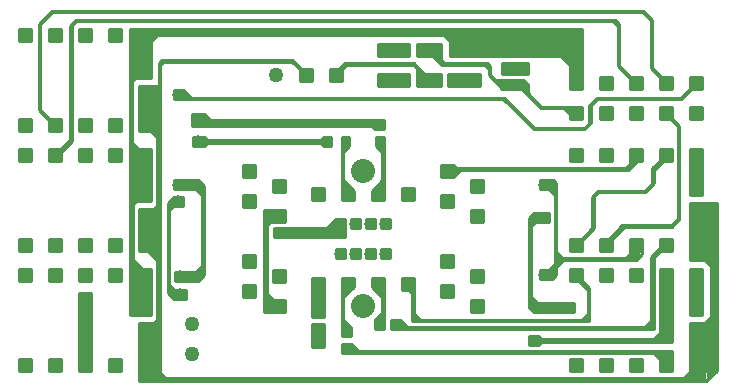
<source format=gbl>
*%FSLAX25Y25*%
*%MOIN*%
G01*
%ADD11C,0.00100*%
%ADD12C,0.00700*%
%ADD13C,0.00733*%
%ADD14C,0.01000*%
%ADD15C,0.01200*%
%ADD16C,0.01500*%
%ADD17C,0.02000*%
%ADD18C,0.03000*%
%ADD19C,0.04000*%
%ADD20C,0.04800*%
%ADD21C,0.05000*%
%ADD22C,0.05800*%
%ADD23C,0.07000*%
%ADD24C,0.08000*%
%ADD25C,0.08800*%
%ADD26C,0.12000*%
%ADD27R,0.00967X0.00967*%
%ADD28R,0.01000X0.01000*%
%ADD29R,0.01386X0.01386*%
%ADD30R,0.01500X0.01500*%
%ADD31R,0.02000X0.02000*%
%ADD32R,0.02000X0.02000*%
%ADD33R,0.02500X0.02500*%
%ADD34R,0.02500X0.02500*%
%ADD35R,0.03000X0.03000*%
%ADD36R,0.03000X0.03000*%
%ADD37R,0.03500X0.03500*%
%ADD38R,0.03500X0.03500*%
%ADD39R,0.03800X0.03800*%
%ADD40R,0.04000X0.04000*%
%ADD41R,0.04000X0.04000*%
%ADD42R,0.04500X0.04500*%
%ADD43R,0.05000X0.05000*%
%ADD44R,0.05000X0.06000*%
%ADD45R,0.05000X0.05000*%
%ADD46R,0.05800X0.06800*%
%ADD47R,0.06000X0.05000*%
%ADD48R,0.06000X0.06000*%
%ADD49R,0.06800X0.05800*%
%ADD50R,0.08500X0.08500*%
%ADD51R,0.09000X0.09000*%
%ADD52R,0.10000X0.10000*%
D14*
X916300Y798000D02*
Y810500D01*
Y820500D02*
X915300D01*
X981800Y747500D02*
Y744500D01*
X995800Y795500D02*
Y797500D01*
Y795500D02*
X991800D01*
Y797500D01*
X993800Y799500D02*
X995300Y801000D01*
Y802000D02*
X991800Y798500D01*
Y797500D01*
X985800Y798500D02*
X982300Y802000D01*
X985800Y798500D02*
Y797500D01*
Y795500D01*
X981800D01*
Y797000D01*
X984300Y799500D02*
X982300Y801500D01*
Y800500D02*
X983800Y799000D01*
X982300Y811500D02*
X984300Y813500D01*
X983300D02*
X982300Y812500D01*
X993300Y813500D02*
X995300Y811500D01*
Y812500D02*
X994300Y813500D01*
X995300Y813000D02*
Y797500D01*
X982300Y797000D02*
Y813000D01*
X993300Y813500D02*
X995800D01*
X993300D02*
Y816500D01*
X995800D01*
X984300Y813500D02*
X981800D01*
X984300D02*
Y816500D01*
X981800D01*
X995800D02*
Y797500D01*
X981800Y797000D02*
Y816500D01*
X998300Y755500D02*
Y752500D01*
X984800Y747500D02*
X981800D01*
X992800Y755500D02*
X995300Y758000D01*
Y757500D02*
X993300Y755500D01*
X994300D02*
X995300Y756500D01*
X995800Y752500D02*
X992800D01*
X971800Y756500D02*
Y769500D01*
X975800D01*
Y756500D01*
X971800D01*
X995800Y767500D02*
Y769500D01*
X991800D01*
Y767500D01*
X985800Y766500D02*
Y769500D01*
X981800D01*
Y767500D01*
X993800Y765500D02*
X995300Y764000D01*
Y763000D02*
X991800Y766500D01*
X995300Y767000D02*
Y753000D01*
X991800Y766500D02*
Y767500D01*
X992800Y755500D02*
X995300D01*
X992800D02*
Y752500D01*
X985800Y766500D02*
Y767500D01*
Y766500D02*
X982300Y763000D01*
Y762500D01*
Y755500D02*
X984800Y753000D01*
X984300D02*
X982300Y755000D01*
Y754000D02*
X983300Y753000D01*
X982300Y753500D02*
Y765000D01*
X981800Y753000D02*
X984800D01*
Y750000D01*
X981800D01*
Y767500D01*
X983800Y765000D02*
X981800Y763000D01*
Y764000D02*
X982800Y765000D01*
X878300Y772500D02*
X874300D01*
X878300D02*
Y768500D01*
X874300D01*
Y772500D01*
X914300D02*
X918300D01*
Y768500D01*
X914300D01*
Y772500D01*
X878300Y742500D02*
X874300D01*
X878300D02*
Y738500D01*
X874300D01*
Y742500D01*
X884300D02*
X888300D01*
Y738500D01*
X884300D01*
Y742500D01*
X894300D02*
X898300D01*
Y738500D01*
X894300D01*
Y742500D01*
X904300D02*
X908300D01*
Y738500D01*
X904300D01*
Y742500D01*
X914300D02*
X918300D01*
Y738500D01*
X914300D01*
Y742500D01*
X878300Y782500D02*
X874300D01*
X878300D02*
Y778500D01*
X874300D01*
Y782500D01*
X884300D02*
X888300D01*
Y778500D01*
X884300D01*
Y782500D01*
X904300D02*
X908300D01*
Y778500D01*
X904300D01*
Y782500D01*
X914300D02*
X918300D01*
Y778500D01*
X914300D01*
Y782500D01*
X878300Y812500D02*
X874300D01*
X878300D02*
Y808500D01*
X874300D01*
Y812500D01*
Y822500D02*
X878300D01*
Y818500D01*
X874300D01*
Y822500D01*
X884300D02*
X888300D01*
Y818500D01*
X884300D01*
Y822500D01*
Y812500D02*
X888300D01*
Y808500D01*
X884300D01*
Y812500D01*
X904300Y822500D02*
X908300D01*
Y818500D01*
X904300D01*
Y822500D01*
Y812500D02*
X908300D01*
Y808500D01*
X904300D01*
Y812500D01*
X914300D02*
X918300D01*
Y808500D01*
X914300D01*
Y812500D01*
Y822500D02*
X918300D01*
Y818500D01*
X914300D01*
Y822500D01*
X878300Y852500D02*
X874300D01*
X878300D02*
Y848500D01*
X874300D01*
Y852500D01*
X884300D02*
X888300D01*
Y848500D01*
X884300D01*
Y852500D01*
X894300D02*
X898300D01*
Y848500D01*
X894300D01*
Y852500D01*
X904300D02*
X908300D01*
Y848500D01*
X904300D01*
Y852500D01*
X914300D02*
X918300D01*
Y848500D01*
X914300D01*
Y852500D01*
X1057800Y836500D02*
X1061800D01*
Y832500D01*
X1057800D01*
Y836500D01*
X1067800D02*
X1071800D01*
Y832500D01*
X1067800D01*
Y836500D01*
X1061800Y826500D02*
X1057800D01*
X1061800D02*
Y822500D01*
X1057800D01*
Y826500D01*
X1067800D02*
X1071800D01*
Y822500D01*
X1067800D01*
Y826500D01*
X1077800Y836500D02*
X1081800D01*
Y832500D01*
X1077800D01*
Y836500D01*
Y826500D02*
X1081800D01*
Y822500D01*
X1077800D01*
Y826500D01*
X1087800D02*
X1091800D01*
Y822500D01*
X1087800D01*
Y826500D01*
X1097800D02*
X1101800D01*
Y822500D01*
X1097800D01*
Y826500D01*
X1091800Y836500D02*
X1087800D01*
X1091800D02*
Y832500D01*
X1087800D01*
Y836500D01*
X1097800D02*
X1101800D01*
Y832500D01*
X1097800D01*
Y836500D01*
Y812500D02*
X1101800D01*
Y808500D01*
X1097800D01*
Y812500D01*
X1061800D02*
X1057800D01*
X1061800D02*
Y808500D01*
X1057800D01*
Y812500D01*
X1097800Y782500D02*
X1101800D01*
Y778500D01*
X1097800D01*
Y782500D01*
X1057800D02*
Y778500D01*
X1067800Y772500D02*
X1071800D01*
Y768500D01*
X1067800D01*
Y772500D01*
X1087800D02*
X1091800D01*
Y768500D01*
X1087800D01*
Y772500D01*
X1097800D02*
X1101800D01*
Y768500D01*
X1097800D01*
Y772500D01*
Y742500D02*
X1101800D01*
Y738500D01*
X1097800D01*
Y742500D01*
X1091800D02*
X1087800D01*
X1091800D02*
Y738500D01*
X1087800D01*
Y742500D01*
X1081800D02*
X1077800D01*
X1081800D02*
Y738500D01*
X1077800D01*
Y742500D01*
X1071800D02*
X1067800D01*
X1071800D02*
Y738500D01*
X1067800D01*
Y742500D01*
X1061800D02*
X1057800D01*
X1061800D02*
Y738500D01*
X1057800D01*
Y742500D01*
X1005800Y799500D02*
X1001800D01*
X1005800D02*
Y795500D01*
X1001800D01*
Y799500D01*
X975800D02*
X971800D01*
X975800D02*
Y795500D01*
X971800D01*
Y799500D01*
X979800Y789000D02*
X982800D01*
Y786000D01*
X979800D01*
Y789000D01*
X984800D02*
X987800D01*
Y786000D01*
X984800D01*
Y789000D01*
X989800D02*
X992800D01*
Y786000D01*
X989800D01*
Y789000D01*
X994800D02*
X997800D01*
Y786000D01*
X994800D01*
Y789000D01*
X982800Y779000D02*
X979800D01*
X982800D02*
Y776000D01*
X979800D01*
Y779000D01*
X984800D02*
X987800D01*
Y776000D01*
X984800D01*
Y779000D01*
X989800D02*
X992800D01*
Y776000D01*
X989800D01*
Y779000D01*
X1097800Y797000D02*
Y808500D01*
Y797000D02*
X1101800D01*
Y808500D01*
X1097800Y794500D02*
Y782500D01*
Y794500D02*
X1101800D01*
Y782500D01*
X1097800Y768500D02*
Y757000D01*
X1101800D01*
Y768500D01*
X1097800Y754500D02*
Y742500D01*
Y754500D02*
X1101800D01*
Y742500D01*
Y738500D02*
X1106800D01*
Y794500D01*
X1101800D01*
Y754500D02*
X1104800D01*
Y778500D01*
X1101800D01*
X1104800Y755500D02*
X1103800Y754500D01*
X1102800D02*
X1104800Y756500D01*
X995800Y752500D02*
Y769500D01*
X998300Y755500D02*
X1001300D01*
Y753000D01*
Y754000D02*
X1002300Y753000D01*
X1003300D02*
X1001300Y755000D01*
Y755500D02*
X1003800Y753000D01*
X1044300Y750000D02*
X1045800D01*
X1044300D02*
Y747000D01*
X1045800D01*
Y750000D02*
X1047300D01*
Y749000D01*
X1087800D01*
Y768500D01*
Y750000D02*
X1086800Y749000D01*
X1085800D02*
X1087800Y751000D01*
X1048300Y749000D02*
X1047300Y750000D01*
X1091800Y745000D02*
Y742500D01*
Y744500D02*
X981800D01*
X984300Y745000D02*
X1091800D01*
X984800D02*
Y747500D01*
Y746000D02*
X985800Y745000D01*
X986800D02*
X984800Y747000D01*
Y747500D02*
X987300Y745000D01*
X1087800Y744500D02*
Y742500D01*
Y743500D02*
X1086800Y744500D01*
X1085800D02*
X1087800Y742500D01*
X1047300Y748000D02*
Y749000D01*
Y748000D02*
X1091800D01*
X1047300Y747000D02*
X1045800D01*
X1047300D02*
Y748000D01*
Y747000D02*
X1048300Y748000D01*
X1091800D02*
Y768500D01*
X1097800Y738500D02*
Y736000D01*
X918300D01*
Y738500D01*
X914300D02*
Y735000D01*
X1103300D01*
X1106800Y738500D01*
X1097800Y737000D02*
X1096800Y736000D01*
X1095800D02*
X1097800Y738000D01*
X921800Y736000D02*
X920800Y737000D01*
Y738000D02*
X922800Y736000D01*
X1103800Y735500D02*
Y738500D01*
X1104800D02*
Y736500D01*
X1105300Y737500D02*
Y738500D01*
X918300Y742500D02*
Y754500D01*
X914300D01*
Y742500D01*
X918300Y757000D02*
Y768500D01*
Y757000D02*
X914300D01*
Y768500D01*
X918300Y795000D02*
Y809000D01*
Y795000D02*
X914300D01*
Y808500D01*
X918300Y792500D02*
Y782500D01*
Y792500D02*
X914300D01*
Y782500D01*
Y772500D02*
X912300D01*
Y795000D02*
X914300D01*
X912300D02*
Y772500D01*
X911800Y757000D02*
X914300D01*
X911800D02*
Y812500D01*
X914300D01*
X913300Y795000D02*
X912300Y794000D01*
Y773500D02*
X913300Y772500D01*
X914300D02*
X912300Y774500D01*
Y775500D02*
X915300Y772500D01*
X918300Y778500D02*
X920300D01*
Y754500D01*
X918300D01*
Y792500D02*
X920800D01*
Y736000D01*
X920300Y777500D02*
X919300Y778500D01*
X918300D02*
X920300Y776500D01*
Y775500D02*
X917300Y778500D01*
X920300Y755500D02*
X919300Y754500D01*
X914300Y836000D02*
Y848500D01*
Y836000D02*
X918300D01*
Y848500D01*
X914300Y833500D02*
Y822500D01*
Y833500D02*
X918300D01*
Y822500D01*
X958800Y802000D02*
X962800D01*
Y798000D01*
X958800D01*
Y802000D01*
X952800Y797000D02*
X948800D01*
X952800D02*
Y793000D01*
X948800D01*
Y797000D01*
Y807000D02*
X952800D01*
Y803000D01*
X948800D01*
Y807000D01*
X1024800Y802000D02*
X1028800D01*
Y798000D01*
X1024800D01*
Y802000D01*
X1018800Y797000D02*
X1014800D01*
X1018800D02*
Y793000D01*
X1014800D01*
Y797000D01*
Y767000D02*
X1018800D01*
Y763000D01*
X1014800D01*
Y767000D01*
X975800Y815500D02*
Y816500D01*
X978300D01*
Y813500D01*
X975800D01*
Y814500D01*
X982800Y783000D02*
X960800D01*
X959300D01*
Y786000D01*
X962300D01*
X979800D01*
X982800D02*
Y783000D01*
X978800Y786000D02*
X979800Y787000D01*
Y788000D02*
X977800Y786000D01*
X976800D02*
X979800Y789000D01*
X1097800Y778500D02*
Y775500D01*
X1104800D01*
X1103800D02*
X1104800Y774500D01*
Y773500D02*
X1102800Y775500D01*
X1057800Y772500D02*
Y768500D01*
X997800Y776000D02*
X994800D01*
Y779000D01*
X997800D02*
Y776000D01*
X1057800Y768500D02*
X1061800D01*
X997800Y779000D02*
X994800D01*
X1057800Y772500D02*
X1061800D01*
Y768500D01*
Y778500D02*
X1057800D01*
X1061800D02*
Y782500D01*
X1057800D01*
X948800Y767000D02*
Y763000D01*
X952800D01*
Y767000D02*
X948800D01*
X952800D02*
Y763000D01*
Y773000D02*
X948800D01*
Y777000D01*
X952800D02*
Y773000D01*
Y777000D02*
X948800D01*
X958800Y772000D02*
Y768000D01*
X962800D01*
Y772000D02*
X958800D01*
X962800D02*
Y768000D01*
X960800Y760000D02*
X958800D01*
Y758000D02*
Y762000D01*
Y788000D02*
Y792000D01*
Y758000D02*
X962800D01*
Y762000D02*
X958800D01*
X962800D02*
Y758000D01*
X960800Y790000D02*
X958800D01*
Y788000D02*
X962800D01*
Y792000D02*
X958800D01*
X962800D02*
Y788000D01*
X1024800D02*
Y792000D01*
Y788000D02*
X1028800D01*
Y792000D02*
X1024800D01*
X1028800D02*
Y788000D01*
X1024800Y762000D02*
Y758000D01*
X1028800D01*
Y762000D02*
X1024800D01*
X1028800D02*
Y758000D01*
X1024800Y768000D02*
Y772000D01*
Y768000D02*
X1028800D01*
Y772000D02*
X1024800D01*
X1028800D02*
Y768000D01*
X888300Y768500D02*
X884300D01*
Y772500D01*
X888300D02*
Y768500D01*
Y772500D02*
X884300D01*
X904300Y768500D02*
X908300D01*
X904300D02*
Y772500D01*
X908300D02*
Y768500D01*
Y772500D02*
X904300D01*
X1014800Y773000D02*
Y777000D01*
Y773000D02*
X1018800D01*
Y777000D02*
X1014800D01*
Y803000D02*
Y807000D01*
Y803000D02*
X1018800D01*
Y807000D02*
X1014800D01*
X1018800Y777000D02*
Y773000D01*
Y803000D02*
Y807000D01*
X1019800Y806000D01*
X1045300Y788000D02*
X1050800D01*
X1047800D02*
Y791000D01*
X1050800D02*
Y788000D01*
Y791000D02*
X1049300D01*
X1067800Y782500D02*
Y778500D01*
X1071800D01*
Y782500D01*
X1067800D01*
Y808500D02*
Y812500D01*
Y808500D02*
X1071800D01*
Y812500D01*
X1067800D01*
X894300Y782500D02*
Y778500D01*
X898300D01*
Y782500D01*
X894300D01*
X1077800D02*
X1081800D01*
X1005300Y764500D02*
X1004300Y765500D01*
X1005300D02*
Y755000D01*
X1005800Y755500D02*
Y765500D01*
Y756500D02*
X1006800Y755500D01*
X1007800D02*
X1005800Y757500D01*
X1001800Y765500D02*
Y769500D01*
Y765500D02*
X1005800D01*
Y769500D01*
X1001800D01*
X1047800Y799000D02*
X1049800D01*
X1047800D02*
Y802000D01*
X1052300D01*
X1051300Y801500D02*
Y799500D01*
X1050800Y799000D02*
X1052800Y797000D01*
Y799000D02*
X1049300D01*
X1049800Y799500D02*
X1053300D01*
Y801000D02*
Y770500D01*
Y771500D02*
X1050800Y769000D01*
X1051426Y770500D02*
X1049300D01*
X1047800Y769000D02*
Y772000D01*
Y769000D02*
X1051800D01*
X1053300Y770500D01*
Y771500D02*
X1047800D01*
X1049800Y771000D02*
X1052300D01*
X1052800Y772000D02*
X1047800D01*
X1050800D02*
X1052800Y774000D01*
Y773000D02*
X1051800Y772000D01*
X1052800D02*
Y797000D01*
X1053300Y777000D02*
X1054300Y776000D01*
X1054800Y775500D02*
X1053300Y774000D01*
Y773000D02*
X1055800Y775500D01*
X1053300D02*
X1079800D01*
Y776000D02*
X1053300D01*
Y778000D02*
X1055300Y776000D01*
X1079800Y775500D02*
X1081800Y777500D01*
X1077800D02*
X1076300Y776000D01*
X1077800Y777500D02*
Y778500D01*
X1081800D01*
X1077800D02*
Y782500D01*
X1081800Y778500D02*
Y777500D01*
Y778500D02*
Y782500D01*
X1052800Y798000D02*
X1051800Y799000D01*
X1051389Y800411D02*
X1052889D01*
X1053300Y800000D02*
X1051300Y802000D01*
X894300Y818500D02*
Y822500D01*
Y818500D02*
X898300D01*
Y822500D02*
X894300D01*
X898300D02*
Y818500D01*
X1084800Y776500D02*
X1089800Y781500D01*
X1084800Y776500D02*
Y753000D01*
X1085800Y752500D02*
X998300D01*
X1001300Y753000D02*
X1085800D01*
X1084800Y755000D02*
X1082800Y753000D01*
X1083800D02*
X1084800Y754000D01*
X1085800Y752500D02*
Y776500D01*
X1089800Y780500D01*
X1087800Y778500D02*
Y782500D01*
Y778500D02*
X1091800D01*
Y782500D01*
X1087800D01*
Y808500D02*
Y812500D01*
Y808500D02*
X1091800D01*
Y812500D01*
X1087800D01*
X894300D02*
Y808500D01*
X898300D01*
Y812500D01*
X894300D01*
X1077300Y805500D02*
X1080300Y808500D01*
X1077300Y805500D02*
X1018800D01*
Y806000D02*
X1077300D01*
X1076300D02*
X1077800Y807500D01*
X1077300Y806000D02*
X1079800Y808500D01*
X1077800D02*
Y807500D01*
X1078300D02*
Y808500D01*
X1077800D02*
Y812500D01*
Y808500D02*
X1081800D01*
Y812500D02*
X1077800D01*
X1081800D02*
Y808500D01*
X1077800Y772500D02*
Y768500D01*
X1081800D01*
Y772500D01*
X1077800D01*
X1094800Y829500D02*
X1099800Y834500D01*
X898300Y764500D02*
Y742500D01*
X894300D02*
Y764500D01*
X898300D01*
X971800Y754000D02*
Y746500D01*
X975800D01*
Y754000D01*
X971800D01*
X925800Y799000D02*
Y802000D01*
X926300Y771500D02*
Y768500D01*
Y771500D02*
X929800D01*
Y768500D01*
Y771500D02*
X933300D01*
X935300Y773500D01*
X929800Y768500D02*
X926300D01*
X925800Y799000D02*
X933300D01*
X935300Y797000D01*
Y773500D01*
X933800Y802000D02*
X925800D01*
X933800D02*
X935800Y800000D01*
Y770500D01*
X933800Y768500D01*
X929800D01*
X928800Y796500D02*
X927300D01*
X928800D02*
Y793500D01*
X925800D01*
Y796500D02*
X927800D01*
X925800Y793500D02*
X924300Y792000D01*
Y767000D01*
X925800Y765500D01*
X929800D01*
Y762500D01*
X925800D01*
X923800Y764500D01*
Y794500D01*
X925800Y796500D01*
X926300Y765500D02*
X923800D01*
X924300Y764000D02*
Y767000D01*
Y765000D02*
X926800D01*
X925800Y765500D02*
Y762500D01*
Y764000D02*
X924300D01*
Y792000D02*
Y795000D01*
Y793500D02*
X925800D01*
Y794500D02*
X924300D01*
X924973Y795000D02*
X925800D01*
X933800Y799000D02*
Y802000D01*
Y800000D02*
X935800D01*
X935300D02*
Y797000D01*
X934586Y798286D02*
Y801214D01*
X935800Y771500D02*
X933300D01*
X933800Y772000D02*
Y768500D01*
X935300Y770000D02*
Y773500D01*
X934537Y772737D02*
Y769548D01*
X995800Y819000D02*
Y822000D01*
Y819000D02*
X992800D01*
Y820000D01*
X931800D01*
Y824000D01*
X991800Y820000D02*
X992800Y819000D01*
X935800Y824000D02*
X931800D01*
X935800Y822000D02*
X995800D01*
X935800D02*
Y824000D01*
Y823000D02*
X936800Y822000D01*
X937800D02*
X935800Y824000D01*
X933800Y816500D02*
X932300D01*
Y813500D01*
Y816500D02*
X935800D01*
Y813500D02*
X932300D01*
X935800Y816500D02*
X936800Y815500D01*
Y814500D02*
X935800Y813500D01*
X936800Y815500D02*
X975800D01*
Y814500D02*
X936800D01*
X935800Y813500D02*
Y816500D01*
X936800Y815500D02*
Y814500D01*
X974800Y815500D02*
X975800Y816500D01*
X974800Y814500D02*
X975800Y813500D01*
X920800Y833500D02*
Y792500D01*
Y833500D02*
X918300D01*
X914300Y836000D02*
X911800D01*
Y852500D02*
Y812500D01*
Y852500D02*
X914300D01*
X918300Y818500D02*
X920300D01*
Y792500D01*
X919300D02*
X920300Y793500D01*
Y817500D02*
X919300Y818500D01*
X918300D02*
X920300Y816500D01*
X911800Y852500D02*
X911300D01*
Y757000D01*
X911800D01*
X912800Y812500D02*
X911800Y813500D01*
Y814500D02*
X913800Y812500D01*
X911800Y835000D02*
X912800Y836000D01*
X920800Y841000D02*
X921800Y842000D01*
X920800Y841000D02*
Y833500D01*
X1066800Y829500D02*
X1094800D01*
X1066800D02*
X1064300Y827000D01*
X1084800Y839500D02*
X1087800Y836500D01*
X1088300D02*
X1085300Y839500D01*
X1079800Y834500D02*
X1074300Y840000D01*
Y854000D01*
X1072800Y855500D01*
X893300D01*
X891300Y853500D01*
Y815500D01*
X886300Y810500D01*
X888300Y811500D02*
X891800Y815000D01*
Y853500D01*
X893300Y855000D01*
X1072300D01*
X1073800Y853500D01*
Y840000D01*
X1079300Y834500D01*
X1079800D01*
X1084800Y839500D02*
Y855500D01*
X1082300Y858000D01*
X885300D01*
X881300Y854000D01*
X1085300Y855500D02*
Y839500D01*
Y855500D02*
X1082300Y858500D01*
X885300D01*
X881300Y854000D02*
Y825500D01*
X886300Y820500D01*
X880800Y854000D02*
X885300Y858500D01*
X880800Y854000D02*
Y825500D01*
X886300Y820000D01*
Y819500D01*
X955800Y758000D02*
X958800D01*
X955800D02*
Y792000D01*
X958800D01*
Y788000D02*
X956800D01*
Y762000D01*
X958800D01*
X957800D02*
X956800Y763000D01*
Y764000D02*
X958800Y762000D01*
X956800Y787000D02*
X957800Y788000D01*
X1045800Y791000D02*
X1050800D01*
X1045800D02*
X1044300Y789500D01*
Y759500D01*
X1045800Y758000D01*
Y761000D02*
X1044800Y762000D01*
Y786500D01*
X1046300Y788000D01*
X1050800D01*
X1045800Y761000D02*
X1044300D01*
X1059800Y770500D02*
X1064300Y766000D01*
Y755000D01*
X1005300D01*
X1005800Y755500D02*
X1064300D01*
X1059300Y761000D02*
X1045800D01*
X1059300D02*
Y758000D01*
X1045800D01*
Y761000D01*
X1045300D02*
Y759000D01*
X1046800Y761000D02*
X1044800Y763000D01*
X1059800Y769500D02*
Y770500D01*
Y769500D02*
X1063800Y765500D01*
Y755500D01*
X1062800D02*
X1063800Y756500D01*
Y757500D02*
X1061800Y755500D01*
X1069800Y780500D02*
X1075800Y786500D01*
X1091800D01*
X1094300Y789000D01*
Y820000D01*
X1089800Y824500D01*
X1069800Y781500D02*
Y780500D01*
Y781500D02*
X1075300Y787000D01*
X1091800D01*
X1093800Y789000D01*
Y820000D01*
X1089800Y824000D01*
X1089300D01*
X1045800Y791000D02*
Y788000D01*
X1044948Y786648D02*
Y790148D01*
X1059800Y780500D02*
X1065300Y786000D01*
Y796500D01*
X1067300Y798500D01*
X1082800D01*
X1085300Y801000D01*
Y806000D01*
X1089800Y810500D01*
Y809500D01*
X1085800Y805500D01*
Y801000D01*
X1082800Y798000D01*
X1067300D01*
X1065800Y796500D01*
Y786000D01*
X1059800Y780000D01*
X1025800Y843500D02*
X1017800D01*
X1025800D02*
X1057800D01*
Y836500D01*
X1061800Y852500D02*
X918300D01*
X1061800D02*
Y836500D01*
X1057800Y842500D02*
X1056800Y843500D01*
X1055800D02*
X1057800Y841500D01*
Y840500D02*
X1054800Y843500D01*
X1035300Y841000D02*
Y837500D01*
X1043800D01*
Y841000D01*
X1035300D01*
X1004300Y843500D02*
Y847500D01*
X993800D01*
Y843500D01*
X1004300D01*
X995800Y837500D02*
X993800D01*
Y833500D01*
X1004300D01*
Y837500D01*
X995800D01*
X1006800Y847500D02*
X1014800D01*
Y843500D01*
X1006800D01*
Y847500D01*
X1017300Y833500D02*
X1027800D01*
Y837500D01*
X1017300D01*
Y833500D01*
X1014800D02*
Y837500D01*
X1006800D01*
Y833500D01*
X1014800D01*
X1017800Y843500D02*
Y850500D01*
X918300D01*
Y849500D02*
X919300Y850500D01*
X920300D02*
X918300Y848500D01*
X1016800Y850500D02*
X1017800Y849500D01*
Y848500D02*
X1015800Y850500D01*
X921300Y840500D02*
Y738500D01*
Y840500D02*
X922300Y841500D01*
X965300D01*
X969800Y837000D01*
X965300Y842000D02*
X921800D01*
X965300D02*
X969800Y837500D01*
X971800Y837000D02*
Y839000D01*
Y837000D02*
Y835000D01*
X967800D01*
Y839000D01*
X971800D01*
X977800D02*
Y837000D01*
Y839000D02*
X981800D01*
Y835000D01*
X977800D01*
Y837000D01*
X979800D02*
X983300Y840500D01*
X1005800D01*
X1006800Y839500D01*
Y837500D01*
X980800Y839000D02*
X980300D01*
X980800D02*
X982800Y841000D01*
X1005800D01*
X1007300Y839500D01*
Y837500D01*
Y838500D02*
X1008300Y837500D01*
X1009300D02*
X1007300Y839500D01*
X1014800Y842000D02*
Y843500D01*
Y842000D02*
X1015800Y841000D01*
X1030300D01*
X1031300Y840000D01*
Y837000D01*
X1032800Y835500D01*
X1042300D01*
X1043800Y834000D01*
Y831000D01*
X1048300Y826500D01*
X1057800D01*
X1014300Y842000D02*
Y843500D01*
Y842000D02*
Y841500D01*
X1015300Y840500D01*
X1030300D01*
X1030800Y840000D01*
Y837000D01*
X1032800Y835000D01*
X1042300D01*
X1043300Y834000D01*
Y831000D01*
X1048300Y826000D01*
X1057800D01*
X1056800D02*
X1057800Y825000D01*
Y824000D02*
X1055800Y826000D01*
X1035300Y832500D02*
X1032800Y835000D01*
X1035300Y832500D02*
X1043300D01*
X1041800D02*
X1043300Y831000D01*
X1035300Y832500D02*
Y835000D01*
Y834500D02*
X1033800D01*
X1034800D02*
Y833500D01*
X1042300Y832500D02*
Y835000D01*
X1014300Y842500D02*
X1013300Y843500D01*
X1012300D02*
X1014300Y841500D01*
X1029300Y840500D02*
X1030800Y839000D01*
X1064300Y827000D02*
Y821000D01*
X1062800Y819500D01*
X1045800D01*
X1035800Y829500D01*
X928800D01*
X927300Y829000D02*
X925800D01*
Y832000D01*
X928800D01*
Y829000D01*
X927300D01*
X928800Y830500D02*
X929800Y829500D01*
X928800Y829000D02*
X1035725D01*
X1045800Y818925D01*
X1062725D01*
X1064800Y821000D01*
Y827000D01*
X1066800Y829000D01*
X1094800D01*
X1100300Y834500D01*
X930800Y829500D02*
X928800Y831500D01*
Y832000D02*
X931800Y829000D01*
X1018800Y804500D02*
X1019800Y805500D01*
X1020300D02*
X1018800Y804000D01*
Y803000D02*
X1021300Y805500D01*
X896300Y772500D02*
Y770500D01*
Y772500D02*
X898300D01*
Y768500D01*
X894300D01*
Y772500D01*
X896300D01*
X894300D02*
X898300D01*
X1052300Y802000D02*
X1053300Y801000D01*
D19*
X927300Y830500D02*
D03*
X960800Y784500D02*
D03*
X927300Y800500D02*
D03*
X973800Y748500D02*
D03*
X1045800D02*
D03*
X1049800Y759500D02*
D03*
X1049300Y770500D02*
D03*
Y800500D02*
D03*
Y789500D02*
D03*
X927800Y770000D02*
D03*
X927300Y795000D02*
D03*
X927800Y764000D02*
D03*
X896300Y762500D02*
D03*
X933800Y815000D02*
D03*
Y822000D02*
D03*
X1041300Y839500D02*
D03*
X1057800Y759500D02*
D03*
X991300Y777500D02*
D03*
X986300D02*
D03*
X981300D02*
D03*
X996300Y787500D02*
D03*
X991300D02*
D03*
X986300D02*
D03*
X981300D02*
D03*
X996300Y777500D02*
D03*
D21*
X973800Y767500D02*
D03*
X983800Y797500D02*
D03*
Y767500D02*
D03*
X993800D02*
D03*
X1003800Y797500D02*
D03*
X973800D02*
D03*
X1003800Y767500D02*
D03*
X993800Y797500D02*
D03*
X960800Y800000D02*
D03*
X916300Y820500D02*
D03*
Y850500D02*
D03*
X906300D02*
D03*
Y820500D02*
D03*
X886300D02*
D03*
Y850500D02*
D03*
X896300D02*
D03*
X876300D02*
D03*
Y820500D02*
D03*
X979800Y837000D02*
D03*
X959800D02*
D03*
X969800D02*
D03*
X1059800Y780500D02*
D03*
Y810500D02*
D03*
X1099800Y780500D02*
D03*
Y810500D02*
D03*
X876300Y780500D02*
D03*
Y810500D02*
D03*
X916300Y780500D02*
D03*
X906300D02*
D03*
X886300D02*
D03*
Y810500D02*
D03*
X906300D02*
D03*
X916300D02*
D03*
X876300Y770500D02*
D03*
Y740500D02*
D03*
X1016800Y765000D02*
D03*
Y795000D02*
D03*
X1026800Y800000D02*
D03*
X950800Y805000D02*
D03*
Y795000D02*
D03*
Y765000D02*
D03*
X896300Y770500D02*
D03*
X950800Y775000D02*
D03*
X960800Y770000D02*
D03*
Y760000D02*
D03*
Y790000D02*
D03*
X1026800D02*
D03*
Y760000D02*
D03*
Y770000D02*
D03*
X886300Y770500D02*
D03*
X906300D02*
D03*
X1016800Y775000D02*
D03*
Y805000D02*
D03*
X1069800Y780500D02*
D03*
Y810500D02*
D03*
X896300Y780500D02*
D03*
X1079800D02*
D03*
X916300Y740500D02*
D03*
Y770500D02*
D03*
X896300Y820500D02*
D03*
X1089800Y780500D02*
D03*
Y810500D02*
D03*
X896300Y740500D02*
D03*
Y810500D02*
D03*
X886300Y740500D02*
D03*
X906300D02*
D03*
X1079800Y810500D02*
D03*
X1059800Y834500D02*
D03*
X1069800D02*
D03*
X1059800Y824500D02*
D03*
X1099800Y834500D02*
D03*
X1089800D02*
D03*
X1079800D02*
D03*
X1099800Y824500D02*
D03*
X1089800D02*
D03*
X1079800D02*
D03*
X1069800D02*
D03*
X931800Y754000D02*
D03*
Y744000D02*
D03*
X1059800Y770500D02*
D03*
X1079800D02*
D03*
X1059800Y740500D02*
D03*
X1099800D02*
D03*
Y770500D02*
D03*
X1089800Y740500D02*
D03*
X1079800D02*
D03*
X1069800D02*
D03*
Y770500D02*
D03*
X1089800D02*
D03*
X1025800Y845500D02*
D03*
X995800Y835500D02*
D03*
Y845500D02*
D03*
X1025800Y835500D02*
D03*
D24*
X988800Y760000D02*
D03*
Y805000D02*
D03*
D27*
X1077816Y776550D02*
Y776483D01*
D29*
X1078493Y777807D02*
X1080721D01*
D30*
X1080050Y776750D02*
X1078550D01*
X956550Y791250D02*
Y758750D01*
D31*
X1105800Y754500D02*
Y778000D01*
X994800Y821000D02*
X932800D01*
X918800Y851500D02*
X1018300D01*
D33*
X913050Y771250D02*
Y758250D01*
Y796250D02*
Y811250D01*
X919550Y753250D02*
Y737250D01*
X933050Y821250D02*
Y822750D01*
X919550Y819750D02*
Y832250D01*
X1047050Y789250D02*
X1049550D01*
D34*
X1041050Y833750D02*
X1036550D01*
D35*
X983300Y746000D02*
D03*
X999800Y754000D02*
D03*
X994300D02*
D03*
X977300Y815000D02*
D03*
X1018800Y835500D02*
D03*
X1013300D02*
D03*
X1008300Y845500D02*
D03*
X1002800D02*
D03*
X982800Y815000D02*
D03*
X983300Y751500D02*
D03*
X1008300Y835500D02*
D03*
X1002800D02*
D03*
X1013300Y845500D02*
D03*
X1018800D02*
D03*
X973800Y758000D02*
D03*
Y752500D02*
D03*
X1036800Y834000D02*
D03*
Y839500D02*
D03*
X994300Y815000D02*
D03*
Y820500D02*
D03*
X981300Y787500D02*
D03*
X986300D02*
D03*
X991300D02*
D03*
X996300D02*
D03*
X981300Y777500D02*
D03*
X986300D02*
D03*
X991300D02*
D03*
X996300D02*
D03*
X927300Y795000D02*
D03*
D36*
X960800Y784500D02*
X981300D01*
X928300Y764000D02*
X927300D01*
Y800500D02*
X932300D01*
Y770000D02*
X927800D01*
X1047300Y759500D02*
X1057800D01*
D37*
X1099550Y777250D02*
X1104050D01*
D38*
X1101550Y736750D02*
X1099550D01*
X919050Y780250D02*
Y790750D01*
X995550Y845250D02*
X1002550D01*
X1037050Y839250D02*
X1042050D01*
D40*
X1099800Y810500D02*
Y799000D01*
Y792500D02*
Y780500D01*
Y770500D02*
Y759000D01*
Y752500D02*
Y740500D01*
X979800Y837000D02*
D03*
D41*
X973800Y767500D02*
Y758500D01*
X876300Y770500D02*
D03*
X916300D02*
D03*
X876300Y740500D02*
D03*
X886300D02*
D03*
X896300D02*
D03*
X906300D02*
D03*
X916300D02*
D03*
X876300Y780500D02*
D03*
X886300D02*
D03*
X906300D02*
D03*
X916300D02*
D03*
X876300Y810500D02*
D03*
Y820500D02*
D03*
X886300D02*
D03*
Y810500D02*
D03*
X906300Y820500D02*
D03*
Y810500D02*
D03*
X916300D02*
D03*
Y820500D02*
D03*
X876300Y850500D02*
D03*
X886300D02*
D03*
X896300D02*
D03*
X906300D02*
D03*
X916300D02*
D03*
X1059800Y834500D02*
D03*
X1069800D02*
D03*
X1059800Y824500D02*
D03*
X1069800D02*
D03*
X1079800Y834500D02*
D03*
Y824500D02*
D03*
X1089800D02*
D03*
Y834500D02*
D03*
X1099800D02*
D03*
Y810500D02*
D03*
X1059800D02*
D03*
X1099800Y780500D02*
D03*
X1059800D02*
D03*
Y770500D02*
D03*
X1069800D02*
D03*
X1089800D02*
D03*
X1099800D02*
D03*
Y740500D02*
D03*
X1089800D02*
D03*
X1079800D02*
D03*
X1069800D02*
D03*
X1059800D02*
D03*
X1003800Y797500D02*
D03*
X973800D02*
D03*
X1089800Y743000D02*
Y740500D01*
Y750000D02*
Y766500D01*
X916300Y740500D02*
Y737000D01*
Y759000D02*
Y770500D01*
Y752500D02*
Y740000D01*
Y780500D02*
Y790500D01*
Y797000D02*
Y810500D01*
X960800Y800000D02*
D03*
X950800Y795000D02*
D03*
Y805000D02*
D03*
X1026800Y800000D02*
D03*
X1016800Y795000D02*
D03*
Y765000D02*
D03*
X950800D02*
D03*
Y775000D02*
D03*
X960800Y770000D02*
D03*
Y760000D02*
D03*
Y790000D02*
D03*
X1026800D02*
D03*
Y760000D02*
D03*
Y770000D02*
D03*
X886300Y770500D02*
D03*
X906300D02*
D03*
X1016800Y775000D02*
D03*
Y805000D02*
D03*
X1069800Y780500D02*
D03*
Y810500D02*
D03*
X896300Y780500D02*
D03*
X1079800D02*
D03*
X1003800Y767500D02*
D03*
X896300Y820500D02*
D03*
X1089800Y780500D02*
D03*
Y810500D02*
D03*
X896300D02*
D03*
X1079800D02*
D03*
Y770500D02*
D03*
X1099800Y824500D02*
D03*
X896300Y762500D02*
Y740500D01*
X973800Y748500D02*
Y752000D01*
X916300Y838000D02*
Y850500D01*
Y831500D02*
Y820500D01*
X933800Y822000D02*
D03*
X957800Y790000D02*
X960800D01*
Y760000D02*
X957800D01*
X995800Y835500D02*
X1002300D01*
X1008800Y845500D02*
X1012800D01*
Y835500D02*
X1008800D01*
X1019300D02*
X1025800D01*
X1059800Y834500D02*
Y850500D01*
X969800Y837000D02*
D03*
X896300Y770500D02*
D03*
D03*
D43*
X1104300Y752000D02*
Y741000D01*
X913800Y838500D02*
Y850000D01*
D44*
X916300Y798000D02*
D03*
Y789500D02*
D03*
Y830500D02*
D03*
Y839000D02*
D03*
X1099800Y800000D02*
D03*
Y791500D02*
D03*
Y760000D02*
D03*
Y751500D02*
D03*
X916300Y760000D02*
D03*
Y751500D02*
D03*
D45*
X1104300Y781000D02*
Y792000D01*
D51*
X1057300Y848000D02*
X1022300D01*
D02*
M02*

</source>
